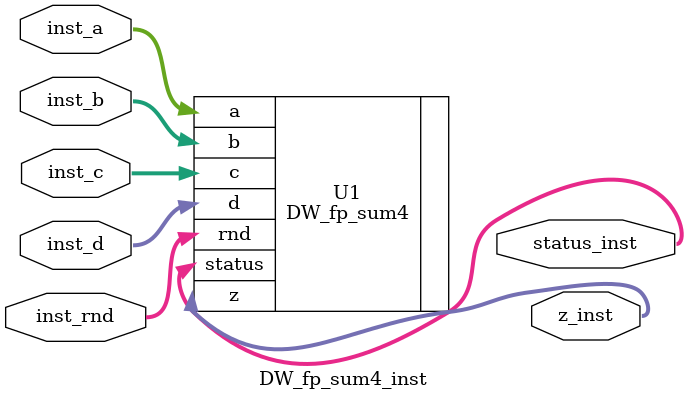
<source format=v>
module SNN(
    //Input Port

    clk,
    rst_n,
    in_valid,
    Img,
    Kernel,
	Weight,
    Opt,

    //Output Port
    out_valid,
    out
    );

//---------------------------------------------------------------------
//   PARAMETER
//---------------------------------------------------------------------
localparam FP_ONE  = 32'h3f800000;

// IEEE floating point parameter
parameter inst_sig_width = 23;
parameter inst_exp_width = 8;
parameter inst_ieee_compliance = 0;
parameter inst_arch_type = 0;
parameter inst_arch = 0;
parameter inst_faithful_round = 0;

input rst_n, clk, in_valid;
input [inst_sig_width+inst_exp_width:0] Img, Kernel, Weight;
input [1:0] Opt;

output reg	out_valid;
output reg [inst_sig_width+inst_exp_width:0] out;

parameter DATA_WIDTH = inst_sig_width + inst_exp_width + 1;

parameter en_ubr_flag  = 0;
parameter faithful_round = 0;

//---------------------------------------------------------------------
//      STATES
//---------------------------------------------------------------------
reg[2:0] p_cur_st, p_next_st;
reg[7:0] mm_cur_st,mm_next_st;

localparam  P_IDLE = 3'b001;
localparam  P_RD_DATA = 3'b010;
localparam  P_PROCESSING = 3'b100;

localparam  MM_IDLE = 8'b0000_0001;
localparam  MM_MAX_POOLING = 8'b0000_0010;
localparam  MM_FC = 8'b0000_0100;
localparam  MM_NORM_ACT = 8'b0000_1000;
localparam  MM_WAIT_IMG1 = 8'b0010_0000;
localparam  MM_L1_DISTANCE = 8'b0100_0000;
localparam  MM_DONE = 8'b1000_0000;

wire ST_P_IDLE = p_cur_st[0];
wire ST_P_RD_DATA = p_cur_st[1];
wire ST_P_PROCESSING = p_cur_st[2];

wire ST_MM_IDLE   = mm_cur_st[0];
wire ST_MM_MAX_POOLING   = mm_cur_st[1];
wire ST_MM_FC   = mm_cur_st[2];
wire ST_MM_NORM_ACT   = mm_cur_st[3];
wire ST_MM_WAIT_IMG1   = mm_cur_st[5];
wire ST_MM_L1_DISTANCE   = mm_cur_st[6];
wire ST_MM_DONE   = mm_cur_st[7];

reg[6:0] rd_cnt;
reg[2:0] mm_cnt,pixel_cnt;
reg  processing_f_ff;
reg  valid_d1,valid_d2,valid_d3,valid_d4;

reg img_num_cnt,img_num_cnt_d1,img_num_cnt_d2,img_num_cnt_d3,img_num_cnt_d4;
reg[DATA_WIDTH-1:0] x_min_ff,x_max_ff;

reg[1:0] kernal_num_cnt,kernal_num_cnt_d1,kernal_num_cnt_d2,kernal_num_cnt_d3,kernal_num_cnt_d4;

reg[3:0] process_xptr, process_yptr,process_xptr_d1, process_yptr_d1,process_xptr_d2,process_yptr_d2,process_xptr_d3,
process_yptr_d3,process_xptr_d4,process_yptr_d4;

reg[3:0] wr_img_xptr,wr_img_yptr;
reg mm_img_cnt;
reg[2:0] mm_cnt_d1,mm_cnt_d2,mm_cnt_d3,mm_cnt_d4;
reg norm_valid_d1;
reg[DATA_WIDTH-1:0] exp_pos_result_d3, exp_neg_result_d3, fp_sub2_act_d4,
fp_add3_act_d4;
reg[DATA_WIDTH-1:0] fp_mult_fc_d1[0:1];

reg[DATA_WIDTH-1:0] abs_in;
reg[DATA_WIDTH-1:0] abs_out_0_d1,abs_out_1_d1,abs_out_2_d1,abs_out_3_d1;

reg[DATA_WIDTH-1:0] negation_in;
reg[DATA_WIDTH-1:0] pos_exp_in;

wire[DATA_WIDTH-1:0] fp_mult_FC_out[0:1];
wire[DATA_WIDTH-1:0] fp_add0_out;


reg[DATA_WIDTH-1:0] fp_add0_in_a;
reg[DATA_WIDTH-1:0] fp_add0_in_b;

reg[DATA_WIDTH-1:0] fp_mult_fc_in_a[0:1];
reg[DATA_WIDTH-1:0] fp_mult_fc_in_b[0:1];

reg[DATA_WIDTH-1:0] fp_div0_in_a;
reg[DATA_WIDTH-1:0] fp_div0_in_b;
wire[DATA_WIDTH-1:0] fp_div0_out;

reg[DATA_WIDTH-1:0] fp_sub0_in_a;
reg[DATA_WIDTH-1:0] fp_sub0_in_b;
wire[DATA_WIDTH-1:0] fp_sub0_out;
reg[DATA_WIDTH-1:0] fp_norm_sub0_out_d1;

reg[DATA_WIDTH-1:0] fp_sub1_in_a;
reg[DATA_WIDTH-1:0] fp_sub1_in_b;
wire[DATA_WIDTH-1:0] fp_sub1_out;

reg[DATA_WIDTH-1:0] max_pooling_result_rf[0:1][0:1];
reg[DATA_WIDTH-1:0] fc_result_rf[0:3];
reg[DATA_WIDTH-1:0] norm_result_rf[0:3];
reg[DATA_WIDTH-1:0] activation_result_rf[0:3][0:1];
reg[DATA_WIDTH-1:0] l1_distance_ff;

wire[DATA_WIDTH-1:0] negation = {~negation_in[31],negation_in[30:0]};
wire[DATA_WIDTH-1:0] exp_neg_result;
wire[DATA_WIDTH-1:0] exp_pos_result;
reg[DATA_WIDTH-1:0]  fp_div0_out_d2;

reg[DATA_WIDTH-1:0] fp_div1_in_a;
reg[DATA_WIDTH-1:0] fp_div1_in_b;
wire[DATA_WIDTH-1:0] fp_div1_out;

wire fp_cmp_results[0:1][0:1];

reg[DATA_WIDTH-1:0] min_max_diff_ff;
reg[DATA_WIDTH-1:0] kernal_rf[0:2][0:2][0:2];
reg[DATA_WIDTH-1:0] img_rf[0:5][0:5];
reg[DATA_WIDTH-1:0] weight_rf[0:1][0:1];
wire start_processing_f = rd_cnt == 8;

reg[1:0]  wr_kernal_num_cnt,wr_img_channel_cnt;
reg       wr_img_num_cnt;
reg[1:0] opt_ff;
reg[1:0] wr_kernal_yptr,wr_kernal_xptr;
reg l1_valid_d1;

reg norm_act_d1,norm_act_d2,norm_act_d3,norm_act_d4;


localparam IMG_SIZE = 4;

integer i,j,k,c;

reg[DATA_WIDTH-1:0] convolution_result_rf[0:3][0:3][0:1];
wire[DATA_WIDTH-1:0] fp_accumulation_result;

genvar idx,jdx;
//---------------------------------------------------------------------
//      Shared 4 SUM MAC
//---------------------------------------------------------------------
reg[DATA_WIDTH-1:0] pixels[0:8];
reg[DATA_WIDTH-1:0] kernals[0:8];
wire[DATA_WIDTH-1:0] mults_result[0:8];
wire[DATA_WIDTH-1:0] partial_sum[0:2];
wire[DATA_WIDTH-1:0] mac_result;
reg[DATA_WIDTH-1:0]  mults_result_pipe[0:8];
reg[DATA_WIDTH-1:0] partial_sum_pipe[0:2];

//---------------------------------------------------------------------
//      flags
//---------------------------------------------------------------------
wire rd_data_done_f = rd_cnt == 95;
wire all_convolution_done_f = img_num_cnt == 1 && kernal_num_cnt == 2 && process_xptr == 3 && process_yptr == 3;
wire channel_processed_f = process_xptr == 3 && process_yptr == 3;
wire convolution_done_f     = kernal_num_cnt == 2 && channel_processed_f;
wire max_pooling_done_f     = mm_cnt == 2 && ST_MM_MAX_POOLING;
wire fc_done_f              = mm_cnt_d1 == 3 && ST_MM_FC;
wire activation_done_f      = mm_cnt_d4 == 3 && ST_MM_NORM_ACT;
wire l1_distance_cal_f      = l1_valid_d1 && ST_MM_L1_DISTANCE;
reg convolution_done_f_d1,convolution_done_f_d2,convolution_done_f_d3,convolution_done_f_d4;

//---------------------------------------------------------------------
//      2X DW_ADD_SUB
//---------------------------------------------------------------------
reg[DATA_WIDTH-1:0]  fp_addsub0_in_a,fp_addsub0_in_b,fp_addsub1_in_a,fp_addsub1_in_b;
reg[DATA_WIDTH-1:0]  fp_addsub2_in_a,fp_addsub2_in_b,fp_addsub3_in_a,fp_addsub3_in_b;
wire[DATA_WIDTH-1:0] fp_addsub0_out,fp_addsub1_out;
wire[DATA_WIDTH-1:0] fp_addsub2_out,fp_addsub3_out;
reg fp_addsub0_mode, fp_addsub1_mode;
reg fp_addsub2_mode, fp_addsub3_mode;

reg[DATA_WIDTH-1:0] fp_sum4_in_a,fp_sum4_in_b,fp_sum4_in_c,fp_sum4_in_d;
reg[DATA_WIDTH-1:0] fp_sum4_out;

reg[DATA_WIDTH-1:0] fp_add_tree_in_a[0:2];
reg[DATA_WIDTH-1:0] fp_add_tree_in_b[0:2];
wire[DATA_WIDTH-1:0] fp_add_tree_out[0:2];
reg[DATA_WIDTH-1:0]  fp_add_tree_d3[0:1];

always @(*)
begin
    // 0 addition, 1 subtraction
    fp_addsub0_in_a = 0;
    fp_addsub0_in_b = 0;

    fp_addsub1_in_a = 0;
    fp_addsub1_in_b = 0;

    fp_addsub0_mode = 0;
    fp_addsub1_mode = 0;

    fp_addsub2_in_a = 0;
    fp_addsub2_in_b = 0;

    fp_addsub3_in_a = 0;
    fp_addsub3_in_b = 0;

    fp_addsub2_mode = 0;
    fp_addsub3_mode = 0;

    fp_sum4_in_a    = 0;
    fp_sum4_in_b    = 0;
    fp_sum4_in_c    = 0;
    fp_sum4_in_d    = 0;

    fp_add_tree_in_a[0] = 0;
    fp_add_tree_in_b[0] = 0;

    fp_add_tree_in_a[1] = 0;
    fp_add_tree_in_b[1] = 0;

    fp_add_tree_in_a[2] = 0;
    fp_add_tree_in_b[2] = 0;


    fp_add_tree_in_a[0] = partial_sum_pipe[0];
    fp_add_tree_in_b[0] = partial_sum_pipe[1];
    fp_add_tree_in_a[1] = partial_sum_pipe[2];
    fp_add_tree_in_b[1] = convolution_result_rf[process_xptr_d2][process_yptr_d2][img_num_cnt_d2];
    fp_add_tree_in_a[2] = fp_add_tree_d3[0];
    fp_add_tree_in_b[2] = fp_add_tree_d3[1];

    if(ST_MM_L1_DISTANCE && ST_P_IDLE)
    begin

        fp_addsub0_mode = 1;
        fp_addsub0_in_a = activation_result_rf[0][0];
        fp_addsub0_in_b = activation_result_rf[0][1];

        fp_addsub1_mode = 1;
        fp_addsub1_in_a = activation_result_rf[1][0];
        fp_addsub1_in_b = activation_result_rf[1][1];

        fp_addsub2_mode = 1;
        fp_addsub2_in_a = activation_result_rf[2][0];
        fp_addsub2_in_b = activation_result_rf[2][1];

        fp_addsub3_mode = 1;
        fp_addsub3_in_a = activation_result_rf[3][0];
        fp_addsub3_in_b = activation_result_rf[3][1];

        fp_add_tree_in_a[0] = abs_out_0_d1;
        fp_add_tree_in_b[0] = abs_out_1_d1;
        fp_add_tree_in_a[1] = abs_out_2_d1;
        fp_add_tree_in_b[1] = abs_out_3_d1;

        fp_add_tree_in_a[2] = fp_add_tree_out[0];
        fp_add_tree_in_b[2] = fp_add_tree_out[1];
    end

    if(ST_MM_FC)
    begin
        fp_addsub0_mode = 0 ;
        fp_addsub0_in_a = fp_mult_fc_d1[0];
        fp_addsub0_in_b = fp_mult_fc_d1[1];
    end

    if(ST_MM_NORM_ACT)
    begin
        fp_addsub0_mode = 1;
        fp_addsub0_in_a = fc_result_rf[0];
        fp_addsub0_in_b = x_min_ff;

        fp_addsub1_mode = 1;
        fp_addsub1_in_a = x_max_ff;
        fp_addsub1_in_b = x_min_ff;

        fp_addsub2_mode = 1;
        if(opt_ff == 2 || opt_ff == 3)
        begin
            fp_addsub2_in_a = exp_pos_result_d3;
            fp_addsub2_in_b = exp_neg_result_d3;
        end

        fp_addsub3_mode = 0;
        if(opt_ff == 2 || opt_ff == 3)
        begin
            // tanh
            fp_addsub3_in_a = exp_pos_result_d3;
            fp_addsub3_in_b = exp_neg_result_d3;
        end
        else
        begin
            // sigmoid
            fp_addsub3_in_a = FP_ONE;
            fp_addsub3_in_b = exp_neg_result_d3;
        end
    end


end

// Instance of DW_fp_addsub
DW_fp_addsub #(inst_sig_width, inst_exp_width, inst_ieee_compliance)
fp_addsub0_inst ( .a(fp_addsub0_in_a), .b(fp_addsub0_in_b), .rnd(3'b000),
.op(fp_addsub0_mode), .z(fp_addsub0_out), .status() );

// Instance of DW_fp_addsub
DW_fp_addsub #(inst_sig_width, inst_exp_width, inst_ieee_compliance)
fp_addsub1_inst( .a(fp_addsub1_in_a), .b(fp_addsub1_in_b), .rnd(3'b000),
.op(fp_addsub1_mode), .z(fp_addsub1_out), .status() );

// Instance of DW_fp_addsub
DW_fp_addsub #(inst_sig_width, inst_exp_width, inst_ieee_compliance)
fp_addsub2_inst( .a(fp_addsub2_in_a), .b(fp_addsub2_in_b), .rnd(3'b000),
.op(fp_addsub2_mode), .z(fp_addsub2_out), .status() );

// Instance of DW_fp_addsub
DW_fp_addsub #(inst_sig_width, inst_exp_width, inst_ieee_compliance)
fp_addsub3_inst( .a(fp_addsub3_in_a), .b(fp_addsub3_in_b), .rnd(3'b000),
.op(fp_addsub3_mode), .z(fp_addsub3_out), .status() );

// DW_sum4
DW_fp_sum4 #(inst_sig_width, inst_exp_width, inst_ieee_compliance, inst_arch_type)
fp_sun4_inst (
.a(fp_sum4_in_a),
.b(fp_sum4_in_b),
.c(fp_sum4_in_c),
.d(fp_sum4_in_d),
.rnd(3'b000),
.z(fp_sum4_out),
.status() );

//---------------------------------------------------------------------
//      PIPELINE DATAPATH
//---------------------------------------------------------------------
wire[4:0] row_00 = process_xptr;
wire[4:0] row_01 = process_xptr;
wire[4:0] row_02 = process_xptr;
wire[4:0] row_10 = process_xptr + 1;
wire[4:0] row_11 = process_xptr + 1;
wire[4:0] row_12 = process_xptr + 1;
wire[4:0] row_20 = process_xptr + 2;
wire[4:0] row_21 = process_xptr + 2;
wire[4:0] row_22 = process_xptr + 2;

wire[4:0] col_00 = process_yptr;
wire[4:0] col_01 = process_yptr+1;
wire[4:0] col_02 = process_yptr+2;
wire[4:0] col_10 = process_yptr;
wire[4:0] col_11 = process_yptr + 1;
wire[4:0] col_12 = process_yptr + 2;
wire[4:0] col_20 = process_yptr;
wire[4:0] col_21 = process_yptr + 1;
wire[4:0] col_22 = process_yptr + 2;

always @(*) begin
    pixels[0] = img_rf[row_00][col_00];
    pixels[1] = img_rf[row_01][col_01];
    pixels[2] = img_rf[row_02][col_02];
    pixels[3] = img_rf[row_10][col_10];
    pixels[4] = img_rf[row_11][col_11];
    pixels[5] = img_rf[row_12][col_12];
    pixels[6] = img_rf[row_20][col_20];
    pixels[7] = img_rf[row_21][col_21];
    pixels[8] = img_rf[row_22][col_22];

    kernals[0] = kernal_rf[0][0][kernal_num_cnt];
    kernals[1] = kernal_rf[0][1][kernal_num_cnt];
    kernals[2] = kernal_rf[0][2][kernal_num_cnt];
    kernals[3] = kernal_rf[1][0][kernal_num_cnt];
    kernals[4] = kernal_rf[1][1][kernal_num_cnt];
    kernals[5] = kernal_rf[1][2][kernal_num_cnt];
    kernals[6] = kernal_rf[2][0][kernal_num_cnt];
    kernals[7] = kernal_rf[2][1][kernal_num_cnt];
    kernals[8] = kernal_rf[2][2][kernal_num_cnt];
end

generate
    for(idx = 0; idx < 9 ; idx = idx+1)
    begin:PARRALLEL_MULTS
        DW_fp_mult_inst #(inst_sig_width,inst_exp_width,inst_ieee_compliance,en_ubr_flag)
                        u_DW_fp_mult_inst(
                            .inst_a   ( pixels[idx]         ),
                            .inst_b   ( kernals[idx]        ),
                            .inst_rnd ( 3'b000              ),
                            .z_inst   ( mults_result[idx]   ),
                            .status_inst  (   )
                        );
    end
endgenerate

always @(posedge clk or negedge rst_n)
begin
    if(~rst_n)
    begin
        for(i=0;i<9;i=i+1)
        begin
            mults_result_pipe[i] <= 0;
        end
    end
    else
    begin
        for(i=0;i<9;i=i+1)
        begin
            mults_result_pipe[i] <= mults_result[i];
        end
    end
end

// 3x 3 inputs fp adders
DW_fp_sum3_inst #(inst_sig_width,inst_exp_width,inst_ieee_compliance,inst_arch_type)
                u_DW_fp_sum3_inst1(
                    .inst_a   ( mults_result_pipe[0]),
                    .inst_b   ( mults_result_pipe[1]),
                    .inst_c   ( mults_result_pipe[2]   ),
                    .inst_rnd ( 3'b000 ),
                    .z_inst   ( partial_sum[0]   ),
                    .status_inst  (   )
                );

DW_fp_sum3_inst #(inst_sig_width,inst_exp_width,inst_ieee_compliance,inst_arch_type)
                u_DW_fp_sum3_inst2(
                    .inst_a   ( mults_result_pipe[3]),
                    .inst_b   ( mults_result_pipe[4]),
                    .inst_c   ( mults_result_pipe[5]   ),
                    .inst_rnd ( 3'b000 ),
                    .z_inst   ( partial_sum[1]),
                    .status_inst  (   )
                );

DW_fp_sum3_inst #(inst_sig_width,inst_exp_width,inst_ieee_compliance,inst_arch_type)
                u_DW_fp_sum3_inst3(
                    .inst_a   ( mults_result_pipe[6]),
                    .inst_b   ( mults_result_pipe[7]),
                    .inst_c   ( mults_result_pipe[8]   ),
                    .inst_rnd ( 3'b000 ),
                    .z_inst   ( partial_sum[2]),
                    .status_inst  (   )
                );

always @(posedge clk or negedge rst_n) begin
    if(~rst_n)
    begin
        for(i=0;i<3;i=i+1)
        begin
           partial_sum_pipe[i] <= 0;
        end
    end
    else
    begin
        for(i=0;i<3;i=i+1)
        begin
            partial_sum_pipe[i]<=partial_sum[i];
        end
    end
end

// Lastly Replace with 4 SUM

//---------------------------------------------------------------------
//      CTRs
//---------------------------------------------------------------------
always @(posedge clk or negedge rst_n)
begin
    if(~rst_n)
    begin
        p_cur_st <= P_IDLE;
        mm_cur_st <= MM_IDLE;
    end
    else
    begin
        p_cur_st <= p_next_st;
        mm_cur_st <= mm_next_st;
    end
end

always @(posedge clk or negedge rst_n)
begin
    if(~rst_n)
    begin
        img_num_cnt_d1 <= 0;
        img_num_cnt_d2 <= 0;
        img_num_cnt_d3 <= 0;
        img_num_cnt_d4 <= 0;

        kernal_num_cnt_d1 <= 0;
        kernal_num_cnt_d2 <= 0;
        kernal_num_cnt_d3 <= 0;
        kernal_num_cnt_d4 <= 0;

        process_xptr_d1 <= 0;
        process_yptr_d1 <= 0;

        process_xptr_d2 <= 0;
        process_yptr_d2 <= 0;

        process_xptr_d3 <= 0;
        process_yptr_d3 <= 0;

        process_xptr_d4 <= 0;
        process_yptr_d4 <= 0;

        valid_d1 <= 0;
        valid_d2 <= 0;
        valid_d3 <= 0;
        valid_d4 <= 0;

        convolution_done_f_d1 <= 0;
        convolution_done_f_d2 <= 0;
        convolution_done_f_d3 <= 0;
        convolution_done_f_d4 <= 0;
    end
    else
    begin
        img_num_cnt_d1 <= img_num_cnt;
        img_num_cnt_d2 <= img_num_cnt_d1;
        img_num_cnt_d3 <= img_num_cnt_d2;
        img_num_cnt_d4 <= img_num_cnt_d3;

        kernal_num_cnt_d1 <= kernal_num_cnt;
        kernal_num_cnt_d2 <= kernal_num_cnt_d1;
        kernal_num_cnt_d3 <= kernal_num_cnt_d2;
        kernal_num_cnt_d4 <= kernal_num_cnt_d3;

        process_xptr_d1 <= process_xptr;
        process_xptr_d2 <= process_xptr_d1;
        process_xptr_d3 <= process_xptr_d2;
        process_xptr_d4 <= process_xptr_d3;

        process_yptr_d1 <= process_yptr;
        process_yptr_d2 <= process_yptr_d1;
        process_yptr_d3 <= process_yptr_d2;
        process_yptr_d4 <= process_yptr_d3;

        valid_d1 <= processing_f_ff;
        valid_d2 <= valid_d1;
        valid_d3 <= valid_d2;
        valid_d4 <= valid_d3;

        convolution_done_f_d1 <= convolution_done_f;
        convolution_done_f_d2 <= convolution_done_f_d1;
        convolution_done_f_d3 <= convolution_done_f_d2;
        convolution_done_f_d4 <= convolution_done_f_d3;
    end
end

always @(*)
begin
    p_next_st = p_cur_st;
    case(p_cur_st)
    P_IDLE:
    begin
        if(in_valid) p_next_st = P_RD_DATA;
    end
    P_RD_DATA:
    begin
        if(rd_data_done_f) p_next_st = P_PROCESSING;
    end
    P_PROCESSING:
    begin
        if(all_convolution_done_f) p_next_st = P_IDLE;
    end
    endcase
end

always @(*)
begin
    mm_next_st = mm_cur_st;
    case(mm_cur_st)
    MM_IDLE:
    begin
        // Needs to be replaced with delayed done signal
        if(convolution_done_f_d3) mm_next_st = MM_MAX_POOLING;
    end
    MM_MAX_POOLING:
    begin
        if(max_pooling_done_f) mm_next_st = MM_FC;
    end
    MM_FC:
    begin
        if(fc_done_f) mm_next_st = MM_NORM_ACT;
    end
    MM_NORM_ACT:
    begin
        if(activation_done_f)
        begin
            if(mm_img_cnt == 1)
                mm_next_st = MM_L1_DISTANCE;
            else
                mm_next_st = MM_WAIT_IMG1;
        end
    end
    MM_WAIT_IMG1:
    begin
        if(convolution_done_f_d3)  mm_next_st = MM_MAX_POOLING;
    end
    MM_L1_DISTANCE:
    begin
        if(l1_distance_cal_f)   mm_next_st = MM_DONE;
    end
    MM_DONE:
    begin
        mm_next_st = MM_IDLE;
    end
    endcase
end

//---------------------------------------------------------------------
//      KERNALS, IMGS, WEIGHTS
//---------------------------------------------------------------------
wire wr_boundary_reach_f = wr_img_yptr == 3 && ST_P_RD_DATA;
wire wr_channel_done_f   = wr_img_yptr == 3 && wr_img_xptr == 3 && ST_P_RD_DATA;
wire wr_img_done_f       = wr_channel_done_f && wr_img_channel_cnt == 2 && ST_P_RD_DATA;
wire wr_all_img_done_f   = wr_img_done_f && wr_img_num_cnt == 1 && ST_P_RD_DATA;

wire wr_kernal_bound_reach_f  = wr_kernal_yptr == 2  && ST_P_RD_DATA;
wire wr_kernal_done_f         = wr_kernal_yptr == 2 && wr_kernal_xptr == 2 && ST_P_RD_DATA;
wire wr_all_kernal_done_f     = wr_kernal_done_f && wr_kernal_num_cnt == 2 && ST_P_RD_DATA;

always @(posedge clk or negedge rst_n)
begin
    if(~rst_n)
    begin
        for(i=0;i<3;i=i+1)
            for(j=0;j<3;j=j+1)
                for(k=0;k<3;k=k+1)
                    kernal_rf[i][j][k] <= 0;

        for(i=0;i<6;i=i+1)
            for(j=0;j<6;j=j+1)
                img_rf[i][j] <= 0;

        for(i=0;i<2;i=i+1)
            for(j=0;j<2;j=j+1)
                    weight_rf[i][j] <= 0;

        processing_f_ff <= 0;
        // Since padding, start from (1,1)
        wr_img_xptr <= 0;
        wr_img_yptr <= 0;
        wr_img_num_cnt <= 0;
        wr_img_channel_cnt <= 0;
        opt_ff <= 0;

        // Kernals
        wr_kernal_num_cnt <= 0;
        wr_kernal_yptr <= 0;
        wr_kernal_xptr <= 0;
        rd_cnt  <= 0;

    end
    else if(ST_P_IDLE)
    begin
        // Reading in images, kernals and weight_rf
        if(in_valid)
        begin
            if(Opt == 0 || Opt == 2)
            begin
                img_rf[0][0] <= Img;
                img_rf[0][1] <= Img;
                img_rf[1][0] <= Img;
                img_rf[1][1] <= Img;
            end
            else
            begin
                img_rf[1][1] <= Img;
            end

            kernal_rf[0][0][0] <= Kernel;
            weight_rf[0][0]    <= Weight;

            opt_ff <= Opt;
            wr_img_yptr <= wr_img_yptr + 1;
            wr_kernal_yptr <= wr_kernal_yptr + 1;
            rd_cnt <= rd_cnt + 1;
        end
        else if(ST_MM_DONE)
        begin
            for(i=0;i<3;i=i+1)
                for(j=0;j<3;j=j+1)
                    for(k=0;k<3;k=k+1)
                        kernal_rf[i][j][k] <= 0;

            for(i=0;i<6;i=i+1)
                for(j=0;j<6;j=j+1)
                        img_rf[i][j] <= 0;

            for(i=0;i<2;i=i+1)
                for(j=0;j<2;j=j+1)
                    weight_rf[i][j] <= 0;

            processing_f_ff <= 0;
            // Since padding, start from (1,1)
            wr_img_xptr <= 0;
            wr_img_yptr <= 0;
            wr_img_num_cnt <= 0;
            wr_img_channel_cnt <= 0;
            opt_ff <= 0;

            // Kernals
            wr_kernal_num_cnt <= 0;
            wr_kernal_yptr <= 0;
            wr_kernal_xptr <= 0;
            rd_cnt <= 0;
        end
    end
    else if(ST_P_RD_DATA)
    begin
        case(rd_cnt)
        'd0: weight_rf[0][0] <= Weight;
        'd1: weight_rf[0][1] <= Weight;
        'd2: weight_rf[1][0] <= Weight;
        'd3: weight_rf[1][1] <= Weight;
        endcase

        // write kernals
        if(rd_cnt <= 26)
            kernal_rf[wr_kernal_xptr][wr_kernal_yptr][wr_kernal_num_cnt] <= Kernel;

        rd_cnt <= rd_cnt + 1;
        // Replication
        if(opt_ff == 0 || opt_ff == 2)
        begin
            if(wr_img_xptr == 0 && wr_img_yptr == 0)
            begin
                // (x,y,channel,img)
                img_rf[0][0] <= Img;
                img_rf[0][1] <= Img;
                img_rf[1][0] <= Img;
                img_rf[1][1] <= Img;
            end
            else if(wr_img_xptr == 0 && wr_img_yptr == IMG_SIZE-1)
            begin
                // (x,y,channel,img)
                img_rf[1][4] <= Img;
                img_rf[1][5] <= Img;
                img_rf[0][4] <= Img;
                img_rf[0][5] <= Img;
            end
            else if(wr_img_xptr == IMG_SIZE-1 && wr_img_yptr == 0)
            begin
                // (x,y,channel,img)
                img_rf[4][1] <= Img;
                img_rf[4][0] <= Img;
                img_rf[5][0] <= Img;
                img_rf[5][1] <= Img;
            end
            else if(wr_img_xptr == IMG_SIZE -1 && wr_img_yptr == IMG_SIZE-1)
            begin
                // (x,y,channel,img)
                img_rf[4][4] <= Img;
                img_rf[4][5] <= Img;
                img_rf[5][4] <= Img;
                img_rf[5][5] <= Img;
            end
            else if(wr_img_xptr == 0)
            begin
                img_rf[0][wr_img_yptr+1] <= Img;
                img_rf[1][wr_img_yptr+1] <= Img;
            end
            else if(wr_img_yptr == 0)
            begin
                img_rf[wr_img_xptr+1][0] <= Img;
                img_rf[wr_img_xptr+1][1] <= Img;
            end
            else if(wr_img_xptr == IMG_SIZE -1)
            begin
                img_rf[4][wr_img_yptr+1] <= Img;
                img_rf[5][wr_img_yptr+1] <= Img;
            end
            else if(wr_img_yptr == IMG_SIZE-1)
            begin
                img_rf[wr_img_xptr+1][4] <= Img;
                img_rf[wr_img_xptr+1][5] <= Img;
            end
            else
            begin
                img_rf[wr_img_xptr+1][wr_img_yptr+1] <= Img;
            end
        end
        else
        begin
            img_rf[wr_img_xptr+1][wr_img_yptr+1] <= Img;
        end

        // wr_ptrs
        if(wr_all_img_done_f)
        begin
            wr_img_xptr     <= 0;
            wr_img_yptr     <= 0;
            wr_img_num_cnt  <= 0;
            wr_img_channel_cnt <= 0;
        end
        else if(wr_img_done_f)
        begin
            wr_img_xptr <= 0;
            wr_img_yptr <= 0;
            wr_img_num_cnt <= wr_img_num_cnt + 1;
            wr_img_channel_cnt <= 0;
        end
        else if(wr_channel_done_f)
        begin
            wr_img_xptr <= 0;
            wr_img_yptr <= 0;
            wr_img_channel_cnt <= wr_img_channel_cnt + 1;
        end
        else if(wr_boundary_reach_f)
        begin
            wr_img_xptr <= wr_img_xptr + 1;
            wr_img_yptr <= 0;
        end
        else
        begin
            wr_img_yptr <= wr_img_yptr + 1;
        end

        //wr kernals
        if(wr_all_kernal_done_f)
        begin
            wr_kernal_xptr <= 0;
            wr_kernal_yptr <= 0;
            wr_kernal_num_cnt <= 2;
        end
        else if(wr_kernal_done_f)
        begin
            wr_kernal_xptr <= 0;
            wr_kernal_yptr <= 0;
            wr_kernal_num_cnt <= wr_kernal_num_cnt + 1;
        end
        else if(wr_kernal_bound_reach_f)
        begin
            wr_kernal_xptr <= wr_kernal_xptr + 1;
            wr_kernal_yptr <= 0;
        end
        else
        begin
            wr_kernal_yptr <= wr_kernal_yptr + 1;
        end

        // Start sending signals to MAC at 10th cycle while reading
        if(start_processing_f)
        begin
            processing_f_ff <= 1;
        end
    end
    else
    begin
        if(all_convolution_done_f)
            processing_f_ff <= 0;
    end
end

wire process_bound_reach_f = process_yptr == 3;

always @(posedge clk or negedge rst_n)
begin
    if(~rst_n)
    begin
        process_xptr <= 0;
        process_yptr <= 0;
        kernal_num_cnt <= 0;
        img_num_cnt <= 0;
    end
    else if(ST_P_IDLE)
    begin
        process_xptr <= 0;
        process_yptr <= 0;
        kernal_num_cnt <= 0;
        img_num_cnt <= 0;
    end
    else if((ST_P_RD_DATA || ST_P_PROCESSING) && processing_f_ff)
    begin
        if(all_convolution_done_f)
        begin
            process_xptr <= 0;
            process_yptr <= 0;
        end
        else if(convolution_done_f)
        begin
            process_xptr <= 0;
            process_yptr <= 0;
            kernal_num_cnt <= 0;
            img_num_cnt <= img_num_cnt+1;
        end
        else if(channel_processed_f)
        begin
            process_xptr <= 0;
            process_yptr <= 0;
            kernal_num_cnt <= kernal_num_cnt + 1;
        end
        else if(process_bound_reach_f)
        begin
            process_xptr <= process_xptr + 1;
            process_yptr <= 0;
        end
        else
        begin
            process_yptr <= process_yptr + 1;
        end
    end
end

//---------------------------------------------------------------------
//      CONVOLUTION RESULTS
//---------------------------------------------------------------------


always @(posedge clk or negedge rst_n)
begin
    if(~rst_n)
    begin
        for(i=0;i<4;i=i+1)
            for(j=0;j<4;j=j+1)
                for(k=0;k<2;k=k+1)
                    convolution_result_rf[i][j][k] <= 0;
    end
    else if(ST_MM_DONE)
    begin
        for(i=0;i<4;i=i+1)
            for(j=0;j<4;j=j+1)
                for(k=0;k<2;k=k+1)
                    convolution_result_rf[i][j][k] <= 0;
    end
    else if(valid_d3)
    begin
       convolution_result_rf[process_xptr_d3][process_yptr_d3][img_num_cnt_d3] <= fp_add_tree_out[2];
    end
end

//---------------------------------------------------------------------
//      MM DATAPATH
//---------------------------------------------------------------------
// mm_cnt delay lines
always @(posedge clk or negedge rst_n)
begin
    if(~rst_n)
    begin
        mm_cnt_d1 <= 0;
        mm_cnt_d2 <= 0;
        mm_cnt_d3 <= 0;
        mm_cnt_d4 <= 0;
    end
    else if(mm_cur_st != mm_next_st)
    begin
        mm_cnt_d1 <= 0;
        mm_cnt_d2 <= 0;
        mm_cnt_d3 <= 0;
        mm_cnt_d4 <= 0;
    end
    else
    begin
        mm_cnt_d1 <= mm_cnt;
        mm_cnt_d2 <= mm_cnt_d1;
        mm_cnt_d3 <= mm_cnt_d2;
        mm_cnt_d4 <= mm_cnt_d3;
    end
end

reg[DATA_WIDTH-1:0] fp_add0_FC_d2, fp_mult0_FC_d1, fp_mult1_FC_d1;

reg fc_valid_d1, fc_valid_d2;
reg act_valid_d1,act_valid_d2;

always @(posedge clk or negedge rst_n)
begin
    if(~rst_n)
    begin
        fc_valid_d2 <= 0;
    end
    else
    begin
        fc_valid_d2 <= fc_valid_d1;
    end
end

always @(posedge clk or negedge rst_n)
begin
    if(~rst_n)
    begin
        for(i=0;i<2;i=i+1)
            for(j=0;j<2;j=j+1)
                max_pooling_result_rf[i][j] <= 0;

        out_valid <= 0;
        out       <= 0;
        mm_cnt    <= 0;
        mm_img_cnt<=0;
        l1_distance_ff <= 0;
        min_max_diff_ff   <= 0;
        fc_valid_d1 <= 0;
        l1_valid_d1 <= 0;
        norm_act_d1 <= 0;
    end
    else
    begin
        min_max_diff_ff  <= fp_addsub1_out;

        case(mm_cur_st)
        MM_IDLE:
        begin
            for(i=0;i<3;i=i+1)
                for(j=0;j<3;j=j+1)
                    max_pooling_result_rf[i][j] <= 0;

            out   <= 0;
            out_valid  <= 0;

            mm_cnt <= 0;
            mm_img_cnt <= 0;
            l1_distance_ff<= 0;
            min_max_diff_ff <= 0;
            fc_valid_d1 <= 0;
            act_valid_d1 <= 0;
            l1_valid_d1 <= 0;
            norm_act_d1 <= 0;
        end
        MM_MAX_POOLING:
        begin
            mm_cnt <= max_pooling_done_f ? 0 : mm_cnt + 1;
            case(mm_cnt)
            'd0:
            begin
                if(fp_cmp_results[0][0])
                begin
                    max_pooling_result_rf[0][0] <= convolution_result_rf[0][0][mm_img_cnt];
                end
                else
                begin
                    max_pooling_result_rf[0][0] <= convolution_result_rf[0][1][mm_img_cnt];
                end

                if(fp_cmp_results[0][1])
                begin
                    max_pooling_result_rf[0][1] <= convolution_result_rf[0][2][mm_img_cnt];
                end
                else
                begin
                    max_pooling_result_rf[0][1] <= convolution_result_rf[0][3][mm_img_cnt];
                end

                if(fp_cmp_results[1][0])
                begin
                    max_pooling_result_rf[1][0] <= convolution_result_rf[2][0][mm_img_cnt];
                end
                else
                begin
                    max_pooling_result_rf[1][0] <= convolution_result_rf[2][1][mm_img_cnt];
                end

                if(fp_cmp_results[1][1])
                begin
                    max_pooling_result_rf[1][1] <= convolution_result_rf[2][2][mm_img_cnt];
                end
                else
                begin
                    max_pooling_result_rf[1][1] <= convolution_result_rf[2][3][mm_img_cnt];
                end
            end
            'd1:
            begin
                // Compare conv_result > max_pooling_result
                if(fp_cmp_results[0][0])
                begin
                    max_pooling_result_rf[0][0] <= convolution_result_rf[1][0][mm_img_cnt];
                end
                else
                begin
                    max_pooling_result_rf[0][0] <= max_pooling_result_rf[0][0];
                end

                if(fp_cmp_results[0][1])
                begin
                    max_pooling_result_rf[0][1] <= convolution_result_rf[1][2][mm_img_cnt];
                end
                else
                begin
                    max_pooling_result_rf[0][1] <= max_pooling_result_rf[0][1];
                end

                if(fp_cmp_results[1][0])
                begin
                    max_pooling_result_rf[1][0] <= convolution_result_rf[3][0][mm_img_cnt];
                end
                else
                begin
                    max_pooling_result_rf[1][0] <= max_pooling_result_rf[1][0];
                end

                if(fp_cmp_results[1][1])
                begin
                    max_pooling_result_rf[1][1] <= convolution_result_rf[3][2][mm_img_cnt];
                end
                else
                begin
                    max_pooling_result_rf[1][1] <= max_pooling_result_rf[1][1];
                end
            end
            'd2:
            begin
                // Compare conv_result > max_pooling_result
                if(fp_cmp_results[0][0])
                begin
                    max_pooling_result_rf[0][0] <= convolution_result_rf[1][1][mm_img_cnt];
                end
                else
                begin
                    max_pooling_result_rf[0][0] <= max_pooling_result_rf[0][0];
                end

                if(fp_cmp_results[0][1])
                begin
                    max_pooling_result_rf[0][1] <= convolution_result_rf[1][3][mm_img_cnt];
                end
                else
                begin
                    max_pooling_result_rf[0][1] <= max_pooling_result_rf[0][1];
                end

                if(fp_cmp_results[1][0])
                begin
                    max_pooling_result_rf[1][0] <= convolution_result_rf[3][1][mm_img_cnt];
                end
                else
                begin
                    max_pooling_result_rf[1][0] <= max_pooling_result_rf[1][0];
                end

                if(fp_cmp_results[1][1])
                begin
                    max_pooling_result_rf[1][1] <= convolution_result_rf[3][3][mm_img_cnt];
                end
                else
                begin
                    max_pooling_result_rf[1][1] <= max_pooling_result_rf[1][1];
                end
            end
            endcase
        end
        MM_FC:
        begin
            mm_cnt      <= fc_done_f ? 0 : (mm_cnt == 4 ? mm_cnt : mm_cnt + 1);
            fc_valid_d1 <= mm_cnt == 4 ? 0 : 1;
        end
        MM_NORM_ACT:
        begin
            mm_cnt <= activation_done_f ? 0 :((mm_cnt == 4) ? mm_cnt : mm_cnt + 1);
            norm_act_d1 <= (mm_cnt == 4) ? 0 : 1;
        end
        MM_WAIT_IMG1:
        begin
            if(convolution_done_f_d3)
            begin
                mm_img_cnt <= mm_img_cnt + 1;
                mm_cnt <= 0;
            end
        end
        MM_L1_DISTANCE:
        begin
            l1_valid_d1 <= 1;

            if(l1_valid_d1)
                l1_distance_ff <= fp_add_tree_out[2];
        end
        MM_DONE:
        begin
            for(i=0;i<3;i=i+1)
                for(j=0;j<3;j=j+1)
                    max_pooling_result_rf[i][j] <= 0;

            mm_cnt <= 0;
            mm_img_cnt <= 0;

            out <= l1_distance_ff;
            out_valid <= 1;
        end
        endcase
    end
end

always @(posedge clk or negedge rst_n)
begin
    if(~rst_n)
    begin
        fc_result_rf[0] <= 0;
        fc_result_rf[1] <= 0;
        fc_result_rf[2] <= 0;
        fc_result_rf[3] <= 0;
    end
    else  if(fc_valid_d1)
    begin
        fc_result_rf[0] <= fc_result_rf[1];
        fc_result_rf[1] <= fc_result_rf[2];
        fc_result_rf[2] <= fc_result_rf[3];
        fc_result_rf[3] <= fp_addsub0_out;
    end
    else if(ST_MM_NORM_ACT)
    begin
        fc_result_rf[0] <= fc_result_rf[1];
        fc_result_rf[1] <= fc_result_rf[2];
        fc_result_rf[2] <= fc_result_rf[3];
        fc_result_rf[3] <= 0;
    end
end

always @(posedge clk or negedge rst_n)
begin
    if(~rst_n)
    begin
        activation_result_rf[0][0] <= 0;
        activation_result_rf[1][0] <= 0;
        activation_result_rf[2][0] <= 0;
        activation_result_rf[3][0] <= 0;
        activation_result_rf[0][1] <= 0;
        activation_result_rf[1][1] <= 0;
        activation_result_rf[2][1] <= 0;
        activation_result_rf[3][1] <= 0;
    end
    else if(norm_act_d4)
    begin
        activation_result_rf[0][mm_img_cnt] <= activation_result_rf[1][mm_img_cnt];
        activation_result_rf[1][mm_img_cnt] <= activation_result_rf[2][mm_img_cnt];
        activation_result_rf[2][mm_img_cnt] <= activation_result_rf[3][mm_img_cnt];
        activation_result_rf[3][mm_img_cnt] <= fp_div1_out;
    end
end

//---------------------------------------------------------------------
//   MAX POOLING FP_CMP X4 and its input
//---------------------------------------------------------------------
// Find min max during fc calculation
always @(posedge clk or negedge rst_n)
begin
    if(~rst_n)
    begin
        x_min_ff <= 0;
        x_max_ff <= 0;
    end
    else if(ST_MM_FC)
    begin
        if(fc_valid_d1)
        begin
            case(mm_cnt_d1)
            'd0:
            begin
                x_min_ff <= fp_addsub0_out;
                x_max_ff <= fp_addsub0_out;
            end
            default:
            begin
                if(~fp_cmp_results[0][0])
                    x_min_ff <= fp_addsub0_out;
                if(fp_cmp_results[0][1])
                    x_max_ff <= fp_addsub0_out;
            end
            endcase
        end
    end
end

reg[DATA_WIDTH-1:0] fp_cmp_input_a[0:1][0:1];
reg[DATA_WIDTH-1:0] fp_cmp_input_b[0:1][0:1];

always @(*)
begin
    fp_cmp_input_a[0][0] = 1;
    fp_cmp_input_a[0][1] = 1;
    fp_cmp_input_a[1][0] = 1;
    fp_cmp_input_a[1][1] = 1;

    fp_cmp_input_b[0][0] = 1;
    fp_cmp_input_b[0][1] = 1;
    fp_cmp_input_b[1][0] = 1;
    fp_cmp_input_b[1][1] = 1;
    if(ST_MM_MAX_POOLING)
    begin
        case(mm_cnt)
        'd0:
        begin
            fp_cmp_input_a[0][0] = convolution_result_rf[0][0][mm_img_cnt];
            fp_cmp_input_a[0][1] = convolution_result_rf[0][2][mm_img_cnt];
            fp_cmp_input_a[1][0] = convolution_result_rf[2][0][mm_img_cnt];
            fp_cmp_input_a[1][1] = convolution_result_rf[2][2][mm_img_cnt];

            fp_cmp_input_b[0][0] = convolution_result_rf[0][1][mm_img_cnt];
            fp_cmp_input_b[0][1] = convolution_result_rf[0][3][mm_img_cnt];
            fp_cmp_input_b[1][0] = convolution_result_rf[2][1][mm_img_cnt];
            fp_cmp_input_b[1][1] = convolution_result_rf[2][3][mm_img_cnt];
        end
        'd1:
        begin
            fp_cmp_input_a[0][0] = convolution_result_rf[1][0][mm_img_cnt];
            fp_cmp_input_a[0][1] = convolution_result_rf[1][2][mm_img_cnt];
            fp_cmp_input_a[1][0] = convolution_result_rf[3][0][mm_img_cnt];
            fp_cmp_input_a[1][1] = convolution_result_rf[3][2][mm_img_cnt];

            fp_cmp_input_b[0][0] = max_pooling_result_rf[0][0];
            fp_cmp_input_b[0][1] = max_pooling_result_rf[0][1];
            fp_cmp_input_b[1][0] = max_pooling_result_rf[1][0];
            fp_cmp_input_b[1][1] = max_pooling_result_rf[1][1];
        end
        'd2:
        begin
            fp_cmp_input_a[0][0] = convolution_result_rf[1][1][mm_img_cnt];
            fp_cmp_input_a[0][1] = convolution_result_rf[1][3][mm_img_cnt];
            fp_cmp_input_a[1][0] = convolution_result_rf[3][1][mm_img_cnt];
            fp_cmp_input_a[1][1] = convolution_result_rf[3][3][mm_img_cnt];

            fp_cmp_input_b[0][0] = max_pooling_result_rf[0][0];
            fp_cmp_input_b[0][1] = max_pooling_result_rf[0][1];
            fp_cmp_input_b[1][0] = max_pooling_result_rf[1][0];
            fp_cmp_input_b[1][1] = max_pooling_result_rf[1][1];
        end
        endcase
    end

    if(ST_MM_FC)
    // Critical path here. Try reducing it, using case statement shall makes things better
    begin
        // Since I am calculating the Min max at the same time
        // min
        fp_cmp_input_a[0][0] = fp_addsub0_out;
        fp_cmp_input_b[0][0] = x_min_ff;

        // max
        fp_cmp_input_a[0][1] = fp_addsub0_out;
        fp_cmp_input_b[0][1] = x_max_ff;
    end
end

generate
    for(idx = 0;idx<2;idx = idx+1)
        for(jdx = 0;jdx < 2;jdx=jdx+1)
        begin
            DW_fp_cmp_inst
                #(
                    .sig_width       (inst_sig_width),
                    .exp_width       (inst_exp_width),
                    .ieee_compliance (inst_ieee_compliance)
                )
                u_DW_fp_cmp_inst(
                    .inst_a         (  fp_cmp_input_a[idx][jdx]  ),
                    .inst_b         (  fp_cmp_input_b[idx][jdx]  ),
                    .inst_zctr      (           ),
                    .aeqb_inst      (           ),
                    .altb_inst      (           ),
                    .agtb_inst      ( fp_cmp_results[idx][jdx]  ),
                    .unordered_inst ( ),
                    .z0_inst        (        ),
                    .z1_inst        (        ),
                    .status0_inst   (   ),
                    .status1_inst   (   )
                );
        end
endgenerate

//---------------------------------------------------------------------
//   FULLY CONNECTED LAYERS FP_MULTS x2 , 1 ADD
//---------------------------------------------------------------------
DW_fp_mult_inst #(inst_sig_width,inst_exp_width,inst_ieee_compliance,en_ubr_flag)
                        u_DW_fp_mult_FC0(
                            .inst_a   (  fp_mult_fc_in_a[0]),
                            .inst_b   (  fp_mult_fc_in_b[0]),
                            .inst_rnd ( 3'b000              ),
                            .z_inst   (  fp_mult_FC_out[0]),
                            .status_inst  (   )
                        );
DW_fp_mult_inst #(inst_sig_width,inst_exp_width,inst_ieee_compliance,en_ubr_flag)
                        u_DW_fp_mult_FC1(
                            .inst_a   (   fp_mult_fc_in_a[1]),
                            .inst_b   (   fp_mult_fc_in_b[1]),
                            .inst_rnd ( 3'b000              ),
                            .z_inst   (  fp_mult_FC_out[1] ),
                            .status_inst  (   )
                        );

always @(posedge clk or negedge rst_n)
begin
    if(~rst_n)
    begin
        fp_add0_FC_d2 <= 0;
        fp_mult_fc_d1[0] <= 0;
        fp_mult_fc_d1[1] <= 0;
        fp_div0_out_d2 <= 0;

        norm_act_d2 <= 0;
        norm_act_d3 <= 0;
        norm_act_d4 <= 0;
    end
    else
    begin
        fp_div0_out_d2 <= fp_div0_out;
        fp_add0_FC_d2 <= fp_addsub0_out;
        fp_mult_fc_d1[0] <= fp_mult_FC_out[0];
        fp_mult_fc_d1[1] <= fp_mult_FC_out[1];
        norm_act_d2 <= norm_act_d1;
        norm_act_d3 <= norm_act_d2;
        norm_act_d4 <= norm_act_d3;
    end
end

always@(*)
begin
    fp_mult_fc_in_a[0] = 0;
    fp_mult_fc_in_a[1] = 0;

    fp_mult_fc_in_b[0] = 0;
    fp_mult_fc_in_b[1] = 0;

    if(ST_MM_FC)
    begin
        case(mm_cnt)
        'd0:
        begin
            fp_mult_fc_in_a[0] = max_pooling_result_rf[0][0];
            fp_mult_fc_in_a[1] = max_pooling_result_rf[0][1];

            fp_mult_fc_in_b[0] = weight_rf[0][0];
            fp_mult_fc_in_b[1] = weight_rf[1][0];
        end
        'd1:
        begin
            fp_mult_fc_in_a[0] = max_pooling_result_rf[0][0];
            fp_mult_fc_in_a[1] = max_pooling_result_rf[0][1];

            fp_mult_fc_in_b[0] = weight_rf[0][1];
            fp_mult_fc_in_b[1] = weight_rf[1][1];
        end
        'd2:
        begin
            fp_mult_fc_in_a[0] = max_pooling_result_rf[1][0];
            fp_mult_fc_in_a[1] = max_pooling_result_rf[1][1];
            fp_mult_fc_in_b[0] = weight_rf[0][0];
            fp_mult_fc_in_b[1] = weight_rf[1][0];
        end
        'd3:
        begin
            fp_mult_fc_in_a[0] = max_pooling_result_rf[1][0];
            fp_mult_fc_in_a[1] = max_pooling_result_rf[1][1];
            fp_mult_fc_in_b[0] = weight_rf[0][1];
            fp_mult_fc_in_b[1] = weight_rf[1][1];
        end
        endcase
    end
end

//---------------------------------------------------------------------------------
//   Min Max normalization, DIV , 2x Subtractions = 2x ADDERS, share it with
//---------------------------------------------------------------------------------

always @(posedge clk or negedge rst_n)
begin
    if(~rst_n)
    begin
        fp_norm_sub0_out_d1 <= 0;
    end
    else if(ST_MM_NORM_ACT)
    begin
        fp_norm_sub0_out_d1  <= fp_addsub0_out;
    end
end

always @(*)
begin
    fp_div0_in_b = min_max_diff_ff;
    fp_div0_in_a = fp_norm_sub0_out_d1;

    if(opt_ff == 2 || opt_ff == 3)
    begin
        // tanh
        fp_div1_in_a = fp_sub2_act_d4;
        fp_div1_in_b = fp_add3_act_d4;
    end
    else
    begin
        fp_div1_in_a = FP_ONE;
        fp_div1_in_b = fp_add3_act_d4;
    end
end

localparam  div_sig_width = 22;
localparam  discarded_sig = inst_sig_width - div_sig_width;

wire[DATA_WIDTH-1-discarded_sig : 0] div0_temp_out;

DW_fp_div_inst
    #(
        .sig_width       (div_sig_width        ),
        .exp_width       (inst_exp_width       ),
        .ieee_compliance (inst_ieee_compliance ),
        .faithful_round  (faithful_round  ),
        .en_ubr_flag     (en_ubr_flag     )
    )
    u_DW_fp_div_0(
        .inst_a      (    fp_div0_in_a[DATA_WIDTH-1:discarded_sig] ),
        .inst_b      (    fp_div0_in_b[DATA_WIDTH-1:discarded_sig] ),
        .inst_rnd    (3'b000    ),
        .z_inst      (  div0_temp_out),
        .status_inst (  )
    );

assign fp_div0_out = {div0_temp_out,{discarded_sig{1'b0}}};


wire[DATA_WIDTH-1-discarded_sig : 0] div1_temp_out;

DW_fp_div_inst
    #(
        .sig_width       (div_sig_width        ),
        .exp_width       (inst_exp_width       ),
        .ieee_compliance (inst_ieee_compliance ),
        .faithful_round  (faithful_round  ),
        .en_ubr_flag     (en_ubr_flag     )
    )
    u_DW_fp_div_1(
        .inst_a      (    fp_div1_in_a[DATA_WIDTH-1:discarded_sig] ),
        .inst_b      (    fp_div1_in_b[DATA_WIDTH-1:discarded_sig] ),
        .inst_rnd    (3'b000    ),
        .z_inst      (  div1_temp_out),
        .status_inst (  )
    );

assign fp_div1_out = {div1_temp_out,{discarded_sig{1'b0}}};
//---------------------------------------------------------------------
//   Activation Sigmoid or tanh, 2 e^x and 1 Sub, 1 Add
//---------------------------------------------------------------------
always @(*) begin
    negation_in = 0;
    pos_exp_in  = 0;

    if(opt_ff == 0 || opt_ff == 1)
    begin
        negation_in = fp_div0_out_d2;
    end
    else
    begin
        negation_in = fp_div0_out_d2;
        pos_exp_in  = fp_div0_out_d2;
    end
end


always @(posedge clk or negedge rst_n) begin
    if(~rst_n)
    begin
        fp_sub2_act_d4<=0;
        fp_add3_act_d4 <=0;
        exp_pos_result_d3 <= 0;
        exp_neg_result_d3 <= 0;
        act_valid_d2 <= 0;
    end
    else
    begin
        act_valid_d2 <= act_valid_d1;
        exp_pos_result_d3 <= exp_pos_result;
        exp_neg_result_d3 <= exp_neg_result;

        if(ST_MM_NORM_ACT)
        begin
            if(opt_ff == 0 || opt_ff == 1)
            begin
                //sigmoid
                fp_add3_act_d4<= fp_addsub3_out;
            end
            else
            begin
                //tanh
                fp_sub2_act_d4 <=  fp_addsub2_out;
                fp_add3_act_d4 <=  fp_addsub3_out;
            end
        end
    end
end

localparam  exp_sig_width = 19;
localparam  exp_discarded_sig = inst_sig_width - exp_sig_width;

wire[DATA_WIDTH-1-exp_discarded_sig : 0] exp_neg_result_temp;
wire[DATA_WIDTH-1-exp_discarded_sig : 0] exp_pos_result_temp;

DW_fp_exp_inst
    #(
        .inst_sig_width       (exp_sig_width       ),
        .inst_exp_width       (inst_exp_width       ),
        .inst_ieee_compliance (inst_ieee_compliance ),
        .inst_arch            (inst_arch            )
    )
    u_DW_fp_exp1(
        .inst_a      (negation[DATA_WIDTH-1:exp_discarded_sig]      ),
        .z_inst      (exp_neg_result_temp      ),
        .status_inst ( )
    );

DW_fp_exp_inst
    #(
        .inst_sig_width       (exp_sig_width       ),
        .inst_exp_width       (inst_exp_width       ),
        .inst_ieee_compliance (inst_ieee_compliance ),
        .inst_arch            (inst_arch            )
    )
    u_DW_fp_exp2(
        .inst_a      (pos_exp_in[DATA_WIDTH-1:exp_discarded_sig] ),
        .z_inst      (exp_pos_result_temp      ),
        .status_inst ( )
    );

assign exp_neg_result =  {exp_neg_result_temp , {exp_discarded_sig{1'b0}}};
assign exp_pos_result =  {exp_pos_result_temp , {exp_discarded_sig{1'b0}}};
//---------------------------------------------------------------------
//   L1 distance 1 SUB, 1 absolute, 1 ADD
//---------------------------------------------------------------------

always @(posedge clk or negedge rst_n)
begin:FP_ABS
    if(~rst_n)
    begin
        abs_out_0_d1 <= 0;
        abs_out_1_d1 <= 0;
        abs_out_2_d1 <= 0;
        abs_out_3_d1 <= 0;
    end
    else
    begin
        abs_out_0_d1 <=  (fp_addsub0_out[31] == 1) ? {1'b0,fp_addsub0_out[30:0]} : fp_addsub0_out;
        abs_out_1_d1 <=  (fp_addsub1_out[31] == 1) ? {1'b0,fp_addsub1_out[30:0]} : fp_addsub1_out;
        abs_out_2_d1 <=  (fp_addsub2_out[31] == 1) ? {1'b0,fp_addsub2_out[30:0]} : fp_addsub2_out;
        abs_out_3_d1 <=  (fp_addsub3_out[31] == 1) ? {1'b0,fp_addsub3_out[30:0]} : fp_addsub3_out;
    end
end

//---------------------------------------------------------------------
//   pipelined 3 Adders
//---------------------------------------------------------------------


always @(posedge clk or negedge rst_n)
begin
    if(~rst_n)
    begin
        fp_add_tree_d3[0] <= 0;
        fp_add_tree_d3[1] <= 0;
    end
    else
    begin
        fp_add_tree_d3[0] <= fp_add_tree_out[0];
        fp_add_tree_d3[1] <= fp_add_tree_out[1];
    end
end

DW_fp_add #(inst_sig_width, inst_exp_width, inst_ieee_compliance)
          adder_tree0 ( .a(fp_add_tree_in_a[0]), .b(fp_add_tree_in_b[0]), .rnd(3'b000), .z(fp_add_tree_out[0]), .status() );

DW_fp_add #(inst_sig_width, inst_exp_width, inst_ieee_compliance)
          adder_tree1 ( .a(fp_add_tree_in_a[1]), .b(fp_add_tree_in_b[1]), .rnd(3'b000), .z(fp_add_tree_out[1]), .status() );

DW_fp_add #(inst_sig_width, inst_exp_width, inst_ieee_compliance)
          adder_tree2 ( .a(fp_add_tree_in_a[2]), .b(fp_add_tree_in_b[2]), .rnd(3'b000), .z(fp_add_tree_out[2]), .status() );

endmodule

 //---------------------------------------------------------------------
    //   Module Design
    //---------------------------------------------------------------------

    module DW_fp_mult_inst( inst_a, inst_b, inst_rnd, z_inst, status_inst );
parameter sig_width = 23;
parameter exp_width = 8;
parameter ieee_compliance = 1;
parameter en_ubr_flag = 0;

input [sig_width+exp_width : 0] inst_a;
input [sig_width+exp_width : 0] inst_b;
input [2 : 0] inst_rnd;
output [sig_width+exp_width : 0] z_inst;
output [7 : 0] status_inst;
// Instance of DW_fp_mult
DW_fp_mult #(sig_width, exp_width, ieee_compliance, en_ubr_flag)
           U1 ( .a(inst_a), .b(inst_b), .rnd(inst_rnd), .z(z_inst), .status(status_inst) );
endmodule

    module DW_fp_sum3_inst( inst_a, inst_b, inst_c, inst_rnd, z_inst,
                            status_inst );

parameter inst_sig_width = 23;
parameter inst_exp_width = 8;
parameter inst_ieee_compliance = 0;
parameter inst_arch_type = 0;

input [inst_sig_width+inst_exp_width : 0] inst_a;
input [inst_sig_width+inst_exp_width : 0] inst_b;
input [inst_sig_width+inst_exp_width : 0] inst_c;
input [2 : 0] inst_rnd;
output [inst_sig_width+inst_exp_width : 0] z_inst;
output [7 : 0] status_inst;
// Instance of DW_fp_sum3
DW_fp_sum3 #(inst_sig_width, inst_exp_width, inst_ieee_compliance, inst_arch_type)
           U1 (
               .a(inst_a),
               .b(inst_b),
               .c(inst_c),
               .rnd(inst_rnd),
               .z(z_inst),
               .status(status_inst) );
endmodule

    module DW_fp_exp_inst( inst_a, z_inst, status_inst );
parameter inst_sig_width = 10;

parameter inst_exp_width = 5;

parameter inst_ieee_compliance = 1;

parameter inst_arch = 2;

input [inst_sig_width+inst_exp_width : 0] inst_a;
output [inst_sig_width+inst_exp_width : 0] z_inst;
output [7 : 0] status_inst;

// Instance of DW_fp_exp
DW_fp_exp #(inst_sig_width, inst_exp_width, inst_ieee_compliance, inst_arch) U1 (
              .a(inst_a),
              .z(z_inst),
              .status(status_inst) );
endmodule


    module DW_fp_div_inst( inst_a, inst_b, inst_rnd, z_inst, status_inst );
parameter sig_width = 23;
parameter exp_width = 8;
parameter ieee_compliance = 0;
parameter faithful_round = 0;
parameter en_ubr_flag = 0;

input [sig_width+exp_width : 0] inst_a;
input [sig_width+exp_width : 0] inst_b;
input [2 : 0] inst_rnd;
output [sig_width+exp_width : 0] z_inst;
output [7 : 0] status_inst;
// Instance of DW_fp_div
DW_fp_div #(sig_width, exp_width, ieee_compliance, faithful_round, en_ubr_flag) U1
          ( .a(inst_a), .b(inst_b), .rnd(inst_rnd), .z(z_inst), .status(status_inst)
          );
endmodule

    module DW_fp_cmp_inst( inst_a, inst_b, inst_zctr, aeqb_inst, altb_inst,
                           agtb_inst, unordered_inst, z0_inst, z1_inst, status0_inst,
                           status1_inst );
parameter sig_width = 23;
parameter exp_width = 8;
parameter ieee_compliance = 0;
input [sig_width+exp_width : 0] inst_a;
input [sig_width+exp_width : 0] inst_b;
input inst_zctr;
output aeqb_inst;
output altb_inst;
output agtb_inst;
output unordered_inst;
output [sig_width+exp_width : 0] z0_inst;
output [sig_width+exp_width : 0] z1_inst;
output [7 : 0] status0_inst;
output [7 : 0] status1_inst;
// Instance of DW_fp_cmp
DW_fp_cmp #(sig_width, exp_width, ieee_compliance)
          U1 ( .a(inst_a), .b(inst_b), .zctr(inst_zctr), .aeqb(aeqb_inst),
               .altb(altb_inst), .agtb(agtb_inst), .unordered(unordered_inst),
               .z0(z0_inst), .z1(z1_inst), .status0(status0_inst),
               .status1(status1_inst) );
endmodule

    module DW_fp_add_inst( inst_a, inst_b, inst_rnd, z_inst, status_inst );
parameter sig_width = 23;
parameter exp_width = 8;
parameter ieee_compliance = 0;
input [sig_width+exp_width : 0] inst_a;
input [sig_width+exp_width : 0] inst_b;
input [2 : 0] inst_rnd;
output [sig_width+exp_width : 0] z_inst;
output [7 : 0] status_inst;
// Instance of DW_fp_add
DW_fp_add #(sig_width, exp_width, ieee_compliance)
          U1 ( .a(inst_a), .b(inst_b), .rnd(inst_rnd), .z(z_inst), .status(status_inst) );
endmodule


    module DW_fp_sub_inst( inst_a, inst_b, inst_rnd, z_inst, status_inst );
parameter sig_width = 23;
parameter exp_width = 8;
parameter ieee_compliance = 0;
input [sig_width+exp_width : 0] inst_a;
input [sig_width+exp_width : 0] inst_b;
input [2 : 0] inst_rnd;
output [sig_width+exp_width : 0] z_inst;
output [7 : 0] status_inst;
// Instance of DW_fp_sub
DW_fp_sub #(sig_width, exp_width, ieee_compliance)
          U1 ( .a(inst_a), .b(inst_b), .rnd(inst_rnd), .z(z_inst), .status(status_inst) );
endmodule

module DW_fp_addsub_inst( inst_a, inst_b, inst_rnd, inst_op, z_inst,
status_inst );
parameter sig_width = 23;
parameter exp_width = 8;
parameter ieee_compliance = 0;
input [sig_width+exp_width : 0] inst_a;
input [sig_width+exp_width : 0] inst_b;
input [2 : 0] inst_rnd;
input inst_op;
output [sig_width+exp_width : 0] z_inst;
output [7 : 0] status_inst;
// Instance of DW_fp_addsub
DW_fp_addsub #(sig_width, exp_width, ieee_compliance)
U1 ( .a(inst_a), .b(inst_b), .rnd(inst_rnd),
.op(inst_op), .z(z_inst), .status(status_inst) );
endmodule

module DW_fp_sum4_inst( inst_a, inst_b, inst_c, inst_d, inst_rnd,
z_inst, status_inst );

parameter inst_sig_width = 23;
parameter inst_exp_width = 8;
parameter inst_ieee_compliance = 0;
parameter inst_arch_type = 0;
input [inst_sig_width+inst_exp_width : 0] inst_a;
input [inst_sig_width+inst_exp_width : 0] inst_b;
input [inst_sig_width+inst_exp_width : 0] inst_c;
input [inst_sig_width+inst_exp_width : 0] inst_d;
input [2 : 0] inst_rnd;
output [inst_sig_width+inst_exp_width : 0] z_inst;
output [7 : 0] status_inst;
// Instance of DW_fp_sum4
DW_fp_sum4 #(inst_sig_width, inst_exp_width, inst_ieee_compliance, inst_arch_type)
U1 (
.a(inst_a),
.b(inst_b),
.c(inst_c),
.d(inst_d),
.rnd(inst_rnd),
.z(z_inst),
.status(status_inst) );
endmodule

</source>
